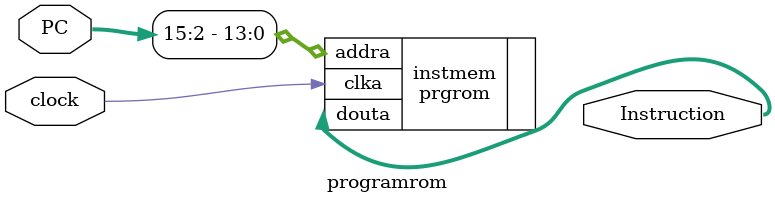
<source format=v>
`timescale 1ns / 1ps


module programrom(
input clock, //ROM clock
input [31:0]PC,
output [31:0]Instruction //È¡³öÖ¸Áî
);

//·ÖÅä 64KB ROM£¬
prgrom instmem(
    .clka(clock), // input wire clka
    .addra(PC[15:2]), // input wire [13 : 0] addra
    .douta(Instruction) // output wire [31 : 0] douta
);

endmodule

</source>
